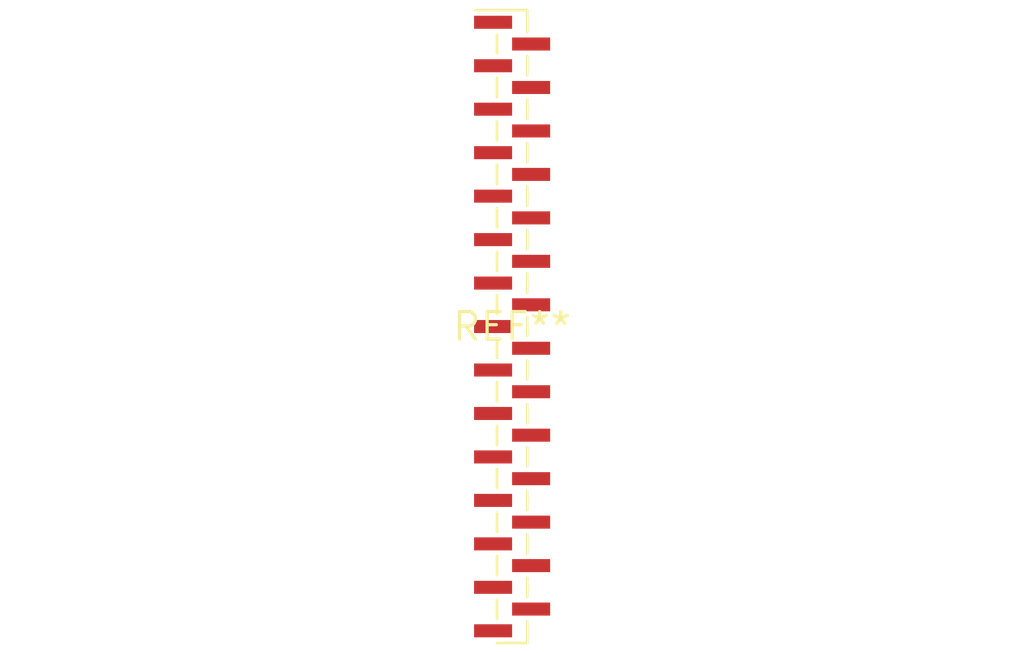
<source format=kicad_pcb>
(kicad_pcb (version 20240108) (generator pcbnew)
  (layers (0 "F.Cu" signal) (31 "B.Cu" signal) (34 "B.Paste" user) (35 "F.Paste" user) (36 "B.SilkS" user "B.Silkscreen") (37 "F.SilkS" user "F.Silkscreen") (38 "B.Mask" user) (39 "F.Mask" user) (44 "Edge.Cuts" user))
  (net 0 "")
  (footprint "PinHeader_1x29_P1.00mm_Vertical_SMD_Pin1Left" (layer "F.Cu") (at 0 0)
    (property "Reference" "REF**")
    (property "Value" "PinHeader_1x29_P1.00mm_Vertical_SMD_Pin1Left")
    (fp_line (start -0.695 -14.56) (end -1.69 -14.56) (layer "F.SilkS") (stroke (width 0.12)))
    (fp_line (start -0.695 -14.56) (end -0.695 -14.56) (layer "F.SilkS") (stroke (width 0.12)))
    (fp_line (start -0.695 -14.56) (end 0.695 -14.56) (layer "F.SilkS") (stroke (width 0.12)))
    (fp_line (start -0.695 -13.44) (end -0.695 -12.56) (layer "F.SilkS") (stroke (width 0.12)))
    (fp_line (start -0.695 -11.44) (end -0.695 -10.56) (layer "F.SilkS") (stroke (width 0.12)))
    (fp_line (start -0.695 -9.44) (end -0.695 -8.56) (layer "F.SilkS") (stroke (width 0.12)))
    (fp_line (start -0.695 -7.44) (end -0.695 -6.56) (layer "F.SilkS") (stroke (width 0.12)))
    (fp_line (start -0.695 -5.44) (end -0.695 -4.56) (layer "F.SilkS") (stroke (width 0.12)))
    (fp_line (start -0.695 -3.44) (end -0.695 -2.56) (layer "F.SilkS") (stroke (width 0.12)))
    (fp_line (start -0.695 -1.44) (end -0.695 -0.56) (layer "F.SilkS") (stroke (width 0.12)))
    (fp_line (start -0.695 0.56) (end -0.695 1.44) (layer "F.SilkS") (stroke (width 0.12)))
    (fp_line (start -0.695 2.56) (end -0.695 3.44) (layer "F.SilkS") (stroke (width 0.12)))
    (fp_line (start -0.695 4.56) (end -0.695 5.44) (layer "F.SilkS") (stroke (width 0.12)))
    (fp_line (start -0.695 6.56) (end -0.695 7.44) (layer "F.SilkS") (stroke (width 0.12)))
    (fp_line (start -0.695 8.56) (end -0.695 9.44) (layer "F.SilkS") (stroke (width 0.12)))
    (fp_line (start -0.695 10.56) (end -0.695 11.44) (layer "F.SilkS") (stroke (width 0.12)))
    (fp_line (start -0.695 12.56) (end -0.695 13.44) (layer "F.SilkS") (stroke (width 0.12)))
    (fp_line (start -0.695 14.56) (end 0.695 14.56) (layer "F.SilkS") (stroke (width 0.12)))
    (fp_line (start 0.695 -14.56) (end 0.695 -13.56) (layer "F.SilkS") (stroke (width 0.12)))
    (fp_line (start 0.695 -12.44) (end 0.695 -11.56) (layer "F.SilkS") (stroke (width 0.12)))
    (fp_line (start 0.695 -10.44) (end 0.695 -9.56) (layer "F.SilkS") (stroke (width 0.12)))
    (fp_line (start 0.695 -8.44) (end 0.695 -7.56) (layer "F.SilkS") (stroke (width 0.12)))
    (fp_line (start 0.695 -6.44) (end 0.695 -5.56) (layer "F.SilkS") (stroke (width 0.12)))
    (fp_line (start 0.695 -4.44) (end 0.695 -3.56) (layer "F.SilkS") (stroke (width 0.12)))
    (fp_line (start 0.695 -2.44) (end 0.695 -1.56) (layer "F.SilkS") (stroke (width 0.12)))
    (fp_line (start 0.695 -0.44) (end 0.695 0.44) (layer "F.SilkS") (stroke (width 0.12)))
    (fp_line (start 0.695 1.56) (end 0.695 2.44) (layer "F.SilkS") (stroke (width 0.12)))
    (fp_line (start 0.695 3.56) (end 0.695 4.44) (layer "F.SilkS") (stroke (width 0.12)))
    (fp_line (start 0.695 5.56) (end 0.695 6.44) (layer "F.SilkS") (stroke (width 0.12)))
    (fp_line (start 0.695 7.56) (end 0.695 8.44) (layer "F.SilkS") (stroke (width 0.12)))
    (fp_line (start 0.695 9.56) (end 0.695 10.44) (layer "F.SilkS") (stroke (width 0.12)))
    (fp_line (start 0.695 11.56) (end 0.695 12.44) (layer "F.SilkS") (stroke (width 0.12)))
    (fp_line (start 0.695 13.56) (end 0.695 14.56) (layer "F.SilkS") (stroke (width 0.12)))
    (fp_line (start 0.695 14.56) (end 0.695 14.56) (layer "F.SilkS") (stroke (width 0.12)))
    (pad "1" smd rect (at -0.875 -14) (size 1.75 0.6) (layers "F.Cu" "F.Paste" "F.Mask"))
    (pad "2" smd rect (at 0.875 -13) (size 1.75 0.6) (layers "F.Cu" "F.Paste" "F.Mask"))
    (pad "3" smd rect (at -0.875 -12) (size 1.75 0.6) (layers "F.Cu" "F.Paste" "F.Mask"))
    (pad "4" smd rect (at 0.875 -11) (size 1.75 0.6) (layers "F.Cu" "F.Paste" "F.Mask"))
    (pad "5" smd rect (at -0.875 -10) (size 1.75 0.6) (layers "F.Cu" "F.Paste" "F.Mask"))
    (pad "6" smd rect (at 0.875 -9) (size 1.75 0.6) (layers "F.Cu" "F.Paste" "F.Mask"))
    (pad "7" smd rect (at -0.875 -8) (size 1.75 0.6) (layers "F.Cu" "F.Paste" "F.Mask"))
    (pad "8" smd rect (at 0.875 -7) (size 1.75 0.6) (layers "F.Cu" "F.Paste" "F.Mask"))
    (pad "9" smd rect (at -0.875 -6) (size 1.75 0.6) (layers "F.Cu" "F.Paste" "F.Mask"))
    (pad "10" smd rect (at 0.875 -5) (size 1.75 0.6) (layers "F.Cu" "F.Paste" "F.Mask"))
    (pad "11" smd rect (at -0.875 -4) (size 1.75 0.6) (layers "F.Cu" "F.Paste" "F.Mask"))
    (pad "12" smd rect (at 0.875 -3) (size 1.75 0.6) (layers "F.Cu" "F.Paste" "F.Mask"))
    (pad "13" smd rect (at -0.875 -2) (size 1.75 0.6) (layers "F.Cu" "F.Paste" "F.Mask"))
    (pad "14" smd rect (at 0.875 -1) (size 1.75 0.6) (layers "F.Cu" "F.Paste" "F.Mask"))
    (pad "15" smd rect (at -0.875 0) (size 1.75 0.6) (layers "F.Cu" "F.Paste" "F.Mask"))
    (pad "16" smd rect (at 0.875 1) (size 1.75 0.6) (layers "F.Cu" "F.Paste" "F.Mask"))
    (pad "17" smd rect (at -0.875 2) (size 1.75 0.6) (layers "F.Cu" "F.Paste" "F.Mask"))
    (pad "18" smd rect (at 0.875 3) (size 1.75 0.6) (layers "F.Cu" "F.Paste" "F.Mask"))
    (pad "19" smd rect (at -0.875 4) (size 1.75 0.6) (layers "F.Cu" "F.Paste" "F.Mask"))
    (pad "20" smd rect (at 0.875 5) (size 1.75 0.6) (layers "F.Cu" "F.Paste" "F.Mask"))
    (pad "21" smd rect (at -0.875 6) (size 1.75 0.6) (layers "F.Cu" "F.Paste" "F.Mask"))
    (pad "22" smd rect (at 0.875 7) (size 1.75 0.6) (layers "F.Cu" "F.Paste" "F.Mask"))
    (pad "23" smd rect (at -0.875 8) (size 1.75 0.6) (layers "F.Cu" "F.Paste" "F.Mask"))
    (pad "24" smd rect (at 0.875 9) (size 1.75 0.6) (layers "F.Cu" "F.Paste" "F.Mask"))
    (pad "25" smd rect (at -0.875 10) (size 1.75 0.6) (layers "F.Cu" "F.Paste" "F.Mask"))
    (pad "26" smd rect (at 0.875 11) (size 1.75 0.6) (layers "F.Cu" "F.Paste" "F.Mask"))
    (pad "27" smd rect (at -0.875 12) (size 1.75 0.6) (layers "F.Cu" "F.Paste" "F.Mask"))
    (pad "28" smd rect (at 0.875 13) (size 1.75 0.6) (layers "F.Cu" "F.Paste" "F.Mask"))
    (pad "29" smd rect (at -0.875 14) (size 1.75 0.6) (layers "F.Cu" "F.Paste" "F.Mask"))
  )
)
</source>
